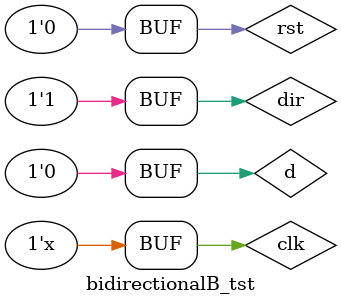
<source format=v>
`timescale 1ns / 1ps


module bidirectionalB_tst;

	// Inputs
	reg clk;
	reg rst;
	reg dir;
	reg d;

	// Outputs
	wire [3:0] q;

	// Instantiate the Unit Under Test (UUT)
	bidirectionalB uut (
		.clk(clk), 
		.rst(rst), 
		.dir(dir), 
		.d(d), 
		.q(q)
	);

	initial begin
		// Initialize Inputs
		clk = 0;
		rst = 0;
		dir = 0;
		d = 1;

		// Wait 100 ns for global reset to finish
		#100;
        
		// Add stimulus here
		rst=0; dir=1; d=0;

	end
      always #10 clk=~clk;
		
endmodule


</source>
